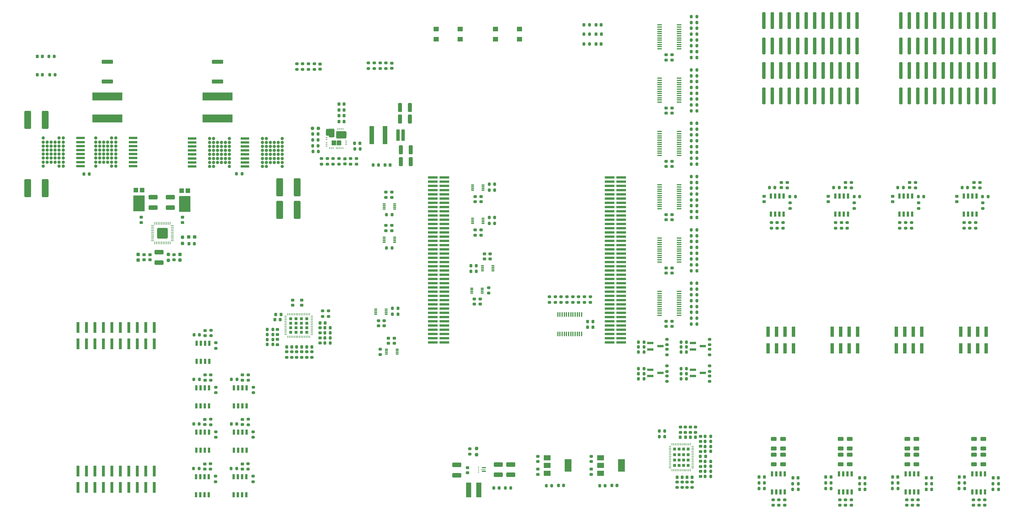
<source format=gbr>
%TF.GenerationSoftware,KiCad,Pcbnew,9.0.6-9.0.6~ubuntu24.04.1*%
%TF.CreationDate,2026-01-26T00:38:37+01:00*%
%TF.ProjectId,FPGA_Board_BA,46504741-5f42-46f6-9172-645f42412e6b,rev?*%
%TF.SameCoordinates,Original*%
%TF.FileFunction,Paste,Top*%
%TF.FilePolarity,Positive*%
%FSLAX46Y46*%
G04 Gerber Fmt 4.6, Leading zero omitted, Abs format (unit mm)*
G04 Created by KiCad (PCBNEW 9.0.6-9.0.6~ubuntu24.04.1) date 2026-01-26 00:38:37*
%MOMM*%
%LPD*%
G01*
G04 APERTURE LIST*
G04 Aperture macros list*
%AMRoundRect*
0 Rectangle with rounded corners*
0 $1 Rounding radius*
0 $2 $3 $4 $5 $6 $7 $8 $9 X,Y pos of 4 corners*
0 Add a 4 corners polygon primitive as box body*
4,1,4,$2,$3,$4,$5,$6,$7,$8,$9,$2,$3,0*
0 Add four circle primitives for the rounded corners*
1,1,$1+$1,$2,$3*
1,1,$1+$1,$4,$5*
1,1,$1+$1,$6,$7*
1,1,$1+$1,$8,$9*
0 Add four rect primitives between the rounded corners*
20,1,$1+$1,$2,$3,$4,$5,0*
20,1,$1+$1,$4,$5,$6,$7,0*
20,1,$1+$1,$6,$7,$8,$9,0*
20,1,$1+$1,$8,$9,$2,$3,0*%
G04 Aperture macros list end*
%ADD10C,0.000000*%
%ADD11RoundRect,0.249999X0.737501X2.450001X-0.737501X2.450001X-0.737501X-2.450001X0.737501X-2.450001X0*%
%ADD12RoundRect,0.249999X-0.737501X-2.450001X0.737501X-2.450001X0.737501X2.450001X-0.737501X2.450001X0*%
%ADD13RoundRect,0.200000X0.200000X0.275000X-0.200000X0.275000X-0.200000X-0.275000X0.200000X-0.275000X0*%
%ADD14RoundRect,0.218750X-0.218750X-0.256250X0.218750X-0.256250X0.218750X0.256250X-0.218750X0.256250X0*%
%ADD15RoundRect,0.225000X-0.250000X0.225000X-0.250000X-0.225000X0.250000X-0.225000X0.250000X0.225000X0*%
%ADD16RoundRect,0.225000X0.250000X-0.225000X0.250000X0.225000X-0.250000X0.225000X-0.250000X-0.225000X0*%
%ADD17R,1.500000X4.400000*%
%ADD18RoundRect,0.250000X-0.625000X0.312500X-0.625000X-0.312500X0.625000X-0.312500X0.625000X0.312500X0*%
%ADD19RoundRect,0.200000X-0.200000X-0.275000X0.200000X-0.275000X0.200000X0.275000X-0.200000X0.275000X0*%
%ADD20RoundRect,0.200000X0.275000X-0.200000X0.275000X0.200000X-0.275000X0.200000X-0.275000X-0.200000X0*%
%ADD21RoundRect,0.200000X-0.275000X0.200000X-0.275000X-0.200000X0.275000X-0.200000X0.275000X0.200000X0*%
%ADD22RoundRect,0.237500X-0.237500X0.300000X-0.237500X-0.300000X0.237500X-0.300000X0.237500X0.300000X0*%
%ADD23R,3.360000X4.860000*%
%ADD24R,1.390000X1.400000*%
%ADD25R,2.600000X0.700000*%
%ADD26C,1.000000*%
%ADD27R,9.000000X2.380000*%
%ADD28RoundRect,0.225000X-0.225000X-0.250000X0.225000X-0.250000X0.225000X0.250000X-0.225000X0.250000X0*%
%ADD29RoundRect,0.237500X0.237500X-0.250000X0.237500X0.250000X-0.237500X0.250000X-0.237500X-0.250000X0*%
%ADD30RoundRect,0.062500X0.375000X0.062500X-0.375000X0.062500X-0.375000X-0.062500X0.375000X-0.062500X0*%
%ADD31RoundRect,0.062500X0.062500X0.375000X-0.062500X0.375000X-0.062500X-0.375000X0.062500X-0.375000X0*%
%ADD32RoundRect,0.495000X1.155000X1.155000X-1.155000X1.155000X-1.155000X-1.155000X1.155000X-1.155000X0*%
%ADD33R,1.450000X5.500000*%
%ADD34RoundRect,0.225000X0.225000X0.250000X-0.225000X0.250000X-0.225000X-0.250000X0.225000X-0.250000X0*%
%ADD35RoundRect,0.218750X0.218750X0.256250X-0.218750X0.256250X-0.218750X-0.256250X0.218750X-0.256250X0*%
%ADD36R,1.900000X0.800000*%
%ADD37R,0.650000X1.526000*%
%ADD38RoundRect,0.255000X0.255000X-2.245000X0.255000X2.245000X-0.255000X2.245000X-0.255000X-2.245000X0*%
%ADD39R,1.475000X0.450000*%
%ADD40R,1.000000X3.150000*%
%ADD41RoundRect,0.237500X-0.300000X-0.237500X0.300000X-0.237500X0.300000X0.237500X-0.300000X0.237500X0*%
%ADD42R,0.267000X0.249999*%
%ADD43RoundRect,0.315000X-0.935000X-0.735000X0.935000X-0.735000X0.935000X0.735000X-0.935000X0.735000X0*%
%ADD44RoundRect,0.241875X-0.620623X-0.564375X0.620623X-0.564375X0.620623X0.564375X-0.620623X0.564375X0*%
%ADD45R,0.599999X0.249999*%
%ADD46R,0.249999X0.599999*%
%ADD47RoundRect,0.330000X-1.219997X-0.770000X1.219997X-0.770000X1.219997X0.770000X-1.219997X0.770000X0*%
%ADD48R,0.292999X0.249999*%
%ADD49R,0.249999X0.258000*%
%ADD50RoundRect,0.250000X-0.325000X-1.100000X0.325000X-1.100000X0.325000X1.100000X-0.325000X1.100000X0*%
%ADD51R,2.000000X1.500000*%
%ADD52R,2.000000X3.800000*%
%ADD53RoundRect,0.237500X-0.237500X0.250000X-0.237500X-0.250000X0.237500X-0.250000X0.237500X0.250000X0*%
%ADD54R,0.700000X0.250000*%
%ADD55R,0.250000X0.700000*%
%ADD56R,0.811500X0.967500*%
%ADD57RoundRect,0.250000X-1.100000X0.412500X-1.100000X-0.412500X1.100000X-0.412500X1.100000X0.412500X0*%
%ADD58R,0.450000X1.475000*%
%ADD59R,0.850000X0.300000*%
%ADD60R,1.600000X1.400000*%
%ADD61R,2.920000X0.740000*%
%ADD62RoundRect,0.250000X1.100000X-0.412500X1.100000X0.412500X-1.100000X0.412500X-1.100000X-0.412500X0*%
%ADD63RoundRect,0.250000X-1.425000X0.362500X-1.425000X-0.362500X1.425000X-0.362500X1.425000X0.362500X0*%
%ADD64R,1.050000X3.400000*%
%ADD65R,0.900000X3.200000*%
%ADD66R,1.150000X0.350000*%
%ADD67R,1.450000X0.200000*%
%ADD68R,0.450000X0.250000*%
%ADD69R,0.967500X0.811500*%
%ADD70RoundRect,0.237500X-0.250000X-0.237500X0.250000X-0.237500X0.250000X0.237500X-0.250000X0.237500X0*%
G04 APERTURE END LIST*
D10*
%TO.C,U4*%
G36*
X134250132Y-97408002D02*
G01*
X134250132Y-98208001D01*
X134200132Y-98258000D01*
X133980130Y-98258000D01*
X133930130Y-98208001D01*
X133930130Y-97408002D01*
X133980130Y-97358002D01*
X134200132Y-97358002D01*
X134250132Y-97408002D01*
G37*
G36*
X135949130Y-97408002D02*
G01*
X135949130Y-98208001D01*
X135899130Y-98258000D01*
X134499131Y-98258000D01*
X134449131Y-98208001D01*
X134449131Y-97408002D01*
X134499131Y-97358002D01*
X135899130Y-97358002D01*
X135949130Y-97408002D01*
G37*
G36*
X136599131Y-100648001D02*
G01*
X136599131Y-101968001D01*
X136549131Y-102018001D01*
X135299131Y-102018001D01*
X135249132Y-101968001D01*
X135249132Y-100648001D01*
X135299131Y-100598001D01*
X136549131Y-100598001D01*
X136599131Y-100648001D01*
G37*
G36*
X135899130Y-98458003D02*
G01*
X135949130Y-98508000D01*
X135949130Y-99408001D01*
X135899130Y-99458003D01*
X134749130Y-99458001D01*
X134449131Y-99158001D01*
X134449131Y-98508002D01*
X134499131Y-98458000D01*
X135899130Y-98458003D01*
G37*
G36*
X137899131Y-98080000D02*
G01*
X137899131Y-99730002D01*
X137849131Y-99780001D01*
X136679131Y-99780001D01*
X136629131Y-99730002D01*
X136629131Y-98080000D01*
X136679131Y-98030000D01*
X137849131Y-98030000D01*
X137899131Y-98080000D01*
G37*
G36*
X138149131Y-100648001D02*
G01*
X138149131Y-101968001D01*
X138099131Y-102018001D01*
X136849131Y-102018001D01*
X136799131Y-101968001D01*
X136799131Y-100648001D01*
X136849131Y-100598001D01*
X138099131Y-100598001D01*
X138149131Y-100648001D01*
G37*
G36*
X139369131Y-98080000D02*
G01*
X139369131Y-99730002D01*
X139319131Y-99780001D01*
X138149131Y-99780001D01*
X138099131Y-99730002D01*
X138099131Y-98080000D01*
X138149131Y-98030000D01*
X139319131Y-98030000D01*
X139369131Y-98080000D01*
G37*
%TD*%
D11*
%TO.C,C126*%
X44162500Y-114900000D03*
X49437500Y-114900000D03*
%TD*%
%TO.C,C178*%
X44162500Y-94400000D03*
X49437500Y-94400000D03*
%TD*%
D12*
%TO.C,C177*%
X119662500Y-121400000D03*
X124937500Y-121400000D03*
%TD*%
D13*
%TO.C,R202*%
X244700000Y-72150000D03*
X243050000Y-72150000D03*
%TD*%
D14*
%TO.C,D7*%
X47032500Y-75340012D03*
X48607500Y-75340012D03*
%TD*%
D15*
%TO.C,C82*%
X303375990Y-117375000D03*
X303375990Y-118925000D03*
%TD*%
%TO.C,C25*%
X90550000Y-123643000D03*
X90550000Y-125193000D03*
%TD*%
%TO.C,C167*%
X139212130Y-106050000D03*
X139212130Y-107600000D03*
%TD*%
D14*
%TO.C,D10*%
X183895000Y-204840012D03*
X185470000Y-204840012D03*
%TD*%
D13*
%TO.C,R180*%
X244700000Y-95400000D03*
X243050000Y-95400000D03*
%TD*%
D16*
%TO.C,C121*%
X97220000Y-199200000D03*
X97220000Y-197650000D03*
%TD*%
D17*
%TO.C,L3*%
X176300000Y-205450000D03*
X179350000Y-205450000D03*
%TD*%
D18*
%TO.C,R11*%
X327803000Y-190122430D03*
X327803000Y-193047430D03*
%TD*%
D19*
%TO.C,R121*%
X133225000Y-161325000D03*
X134875000Y-161325000D03*
%TD*%
D18*
%TO.C,R18*%
X290550000Y-194872430D03*
X290550000Y-197797430D03*
%TD*%
D20*
%TO.C,R109*%
X132212130Y-107650000D03*
X132212130Y-106000000D03*
%TD*%
D13*
%TO.C,R264*%
X241625000Y-162575000D03*
X239975000Y-162575000D03*
%TD*%
D16*
%TO.C,C130*%
X237300000Y-108401335D03*
X237300000Y-106851335D03*
%TD*%
D20*
%TO.C,R62*%
X124820000Y-79225000D03*
X124820000Y-77575000D03*
%TD*%
D13*
%TO.C,R173*%
X244700000Y-107650000D03*
X243050000Y-107650000D03*
%TD*%
D21*
%TO.C,R92*%
X289800000Y-125250000D03*
X289800000Y-126900000D03*
%TD*%
D19*
%TO.C,R84*%
X247225000Y-189400000D03*
X248875000Y-189400000D03*
%TD*%
D13*
%TO.C,R184*%
X244700000Y-118400000D03*
X243050000Y-118400000D03*
%TD*%
%TO.C,R1*%
X235125000Y-189502912D03*
X233475000Y-189502912D03*
%TD*%
D15*
%TO.C,C174*%
X178050000Y-148125000D03*
X178050000Y-149675000D03*
%TD*%
D13*
%TO.C,R206*%
X244700000Y-65150000D03*
X243050000Y-65150000D03*
%TD*%
%TO.C,R234*%
X184125000Y-123709473D03*
X182475000Y-123709473D03*
%TD*%
D22*
%TO.C,C23*%
X89800000Y-134787500D03*
X89800000Y-136512500D03*
%TD*%
D23*
%TO.C,D6*%
X91220000Y-119632000D03*
D24*
X90300000Y-115650000D03*
X92140000Y-115650000D03*
%TD*%
D15*
%TO.C,C29*%
X245800000Y-199875000D03*
X245800000Y-201425000D03*
%TD*%
D19*
%TO.C,R86*%
X285725000Y-114725000D03*
X287375000Y-114725000D03*
%TD*%
D25*
%TO.C,Q1*%
X59980000Y-108250000D03*
X59980000Y-107050000D03*
X59980000Y-105850000D03*
X59980000Y-104650000D03*
X59980000Y-103450000D03*
X59980000Y-102250000D03*
X59980000Y-101050000D03*
X59980000Y-99850000D03*
D26*
X54800000Y-108250000D03*
X54800000Y-107050000D03*
X54800000Y-105850000D03*
X54800000Y-104650000D03*
X54800000Y-103450000D03*
X54800000Y-102250000D03*
X54800000Y-101050000D03*
X54800000Y-99850000D03*
X53600000Y-108250000D03*
X53600000Y-107050000D03*
X53600000Y-105850000D03*
X53600000Y-104650000D03*
X53600000Y-103450000D03*
X53600000Y-102250000D03*
X53600000Y-101050000D03*
X53600000Y-99850000D03*
X52400000Y-107050000D03*
X52400000Y-105850000D03*
X52400000Y-104650000D03*
X52400000Y-103450000D03*
X52400000Y-102250000D03*
X52400000Y-101050000D03*
X51200000Y-107050000D03*
X51200000Y-105850000D03*
X51200000Y-104650000D03*
X51200000Y-103450000D03*
X51200000Y-102250000D03*
X51200000Y-101050000D03*
X50000000Y-107050000D03*
X50000000Y-105850000D03*
X50000000Y-104650000D03*
X50000000Y-103450000D03*
X50000000Y-102250000D03*
X50000000Y-101050000D03*
X48800000Y-108250000D03*
X48800000Y-107050000D03*
X48800000Y-105850000D03*
X48800000Y-104650000D03*
X48800000Y-103450000D03*
X48800000Y-102250000D03*
X48800000Y-101050000D03*
X48800000Y-99850000D03*
%TD*%
D27*
%TO.C,L4*%
X101050000Y-87325000D03*
X101050000Y-93975000D03*
%TD*%
D21*
%TO.C,R33*%
X241800000Y-203075000D03*
X241800000Y-204725000D03*
%TD*%
D13*
%TO.C,R189*%
X244700000Y-139650000D03*
X243050000Y-139650000D03*
%TD*%
D21*
%TO.C,R227*%
X209300000Y-147500000D03*
X209300000Y-149150000D03*
%TD*%
D16*
%TO.C,C111*%
X97260000Y-185850000D03*
X97260000Y-184300000D03*
%TD*%
D19*
%TO.C,R104*%
X105225000Y-172300000D03*
X106875000Y-172300000D03*
%TD*%
D14*
%TO.C,D8*%
X47032500Y-80840012D03*
X48607500Y-80840012D03*
%TD*%
D18*
%TO.C,R14*%
X307800000Y-194855430D03*
X307800000Y-197780430D03*
%TD*%
D15*
%TO.C,C145*%
X151550000Y-126090523D03*
X151550000Y-127640523D03*
%TD*%
D13*
%TO.C,R211*%
X244700000Y-150400000D03*
X243050000Y-150400000D03*
%TD*%
D20*
%TO.C,R258*%
X329300000Y-210084930D03*
X329300000Y-208434930D03*
%TD*%
D28*
%TO.C,C68*%
X245775000Y-195400000D03*
X247325000Y-195400000D03*
%TD*%
D21*
%TO.C,R266*%
X248550000Y-171250000D03*
X248550000Y-172900000D03*
%TD*%
D19*
%TO.C,R223*%
X313475000Y-203584930D03*
X315125000Y-203584930D03*
%TD*%
D13*
%TO.C,R218*%
X155125000Y-152691143D03*
X153475000Y-152691143D03*
%TD*%
D20*
%TO.C,R127*%
X137462130Y-107650000D03*
X137462130Y-106000000D03*
%TD*%
D13*
%TO.C,R203*%
X244700000Y-70400000D03*
X243050000Y-70400000D03*
%TD*%
D29*
%TO.C,R4*%
X86300000Y-136562500D03*
X86300000Y-134737500D03*
%TD*%
D18*
%TO.C,R13*%
X287800000Y-194855430D03*
X287800000Y-197780430D03*
%TD*%
D30*
%TO.C,U3*%
X87487500Y-130650000D03*
X87487500Y-130150000D03*
X87487500Y-129650000D03*
X87487500Y-129150000D03*
X87487500Y-128650000D03*
X87487500Y-128150000D03*
X87487500Y-127650000D03*
X87487500Y-127150000D03*
X87487500Y-126650000D03*
X87487500Y-126150000D03*
D31*
X86800000Y-125462500D03*
X86300000Y-125462500D03*
X85800000Y-125462500D03*
X85300000Y-125462500D03*
X84800000Y-125462500D03*
X84300000Y-125462500D03*
X83800000Y-125462500D03*
X83300000Y-125462500D03*
X82800000Y-125462500D03*
X82300000Y-125462500D03*
D30*
X81612500Y-126150000D03*
X81612500Y-126650000D03*
X81612500Y-127150000D03*
X81612500Y-127650000D03*
X81612500Y-128150000D03*
X81612500Y-128650000D03*
X81612500Y-129150000D03*
X81612500Y-129650000D03*
X81612500Y-130150000D03*
X81612500Y-130650000D03*
D31*
X82300000Y-131337500D03*
X82800000Y-131337500D03*
X83300000Y-131337500D03*
X83800000Y-131337500D03*
X84300000Y-131337500D03*
X84800000Y-131337500D03*
X85300000Y-131337500D03*
X85800000Y-131337500D03*
X86300000Y-131337500D03*
X86800000Y-131337500D03*
D32*
X84550000Y-128400000D03*
%TD*%
D13*
%TO.C,R193*%
X244700000Y-132650000D03*
X243050000Y-132650000D03*
%TD*%
%TO.C,R111*%
X117625000Y-161825000D03*
X115975000Y-161825000D03*
%TD*%
%TO.C,R213*%
X244700000Y-146900000D03*
X243050000Y-146900000D03*
%TD*%
D33*
%TO.C,L2*%
X147287130Y-98975000D03*
X151287130Y-98975000D03*
%TD*%
D34*
%TO.C,C94*%
X129325000Y-162575000D03*
X127775000Y-162575000D03*
%TD*%
D15*
%TO.C,C54*%
X153300000Y-77350000D03*
X153300000Y-78900000D03*
%TD*%
D19*
%TO.C,R85*%
X247225000Y-190900000D03*
X248875000Y-190900000D03*
%TD*%
D13*
%TO.C,R199*%
X304987500Y-203334930D03*
X303337500Y-203334930D03*
%TD*%
D15*
%TO.C,C92*%
X264875990Y-117375000D03*
X264875990Y-118925000D03*
%TD*%
D13*
%TO.C,R212*%
X244700000Y-148650000D03*
X243050000Y-148650000D03*
%TD*%
D19*
%TO.C,R98*%
X272610990Y-117400000D03*
X274260990Y-117400000D03*
%TD*%
D18*
%TO.C,R22*%
X330550000Y-194872430D03*
X330550000Y-197797430D03*
%TD*%
D15*
%TO.C,C151*%
X178300000Y-127434473D03*
X178300000Y-128984473D03*
%TD*%
D35*
%TO.C,D13*%
X216050000Y-71650000D03*
X214475000Y-71650000D03*
%TD*%
D16*
%TO.C,C124*%
X213050000Y-200787500D03*
X213050000Y-199237500D03*
%TD*%
D18*
%TO.C,R24*%
X270550000Y-194872430D03*
X270550000Y-197797430D03*
%TD*%
D13*
%TO.C,R195*%
X244700000Y-129150000D03*
X243050000Y-129150000D03*
%TD*%
D36*
%TO.C,Q3*%
X230800000Y-161375000D03*
X230800000Y-163275000D03*
X233800000Y-162325000D03*
%TD*%
D16*
%TO.C,C159*%
X119050000Y-158850000D03*
X119050000Y-157300000D03*
%TD*%
D37*
%TO.C,U7*%
X324707000Y-122682000D03*
X325977000Y-122682000D03*
X327247000Y-122682000D03*
X328517000Y-122682000D03*
X328517000Y-117258000D03*
X327247000Y-117258000D03*
X325977000Y-117258000D03*
X324707000Y-117258000D03*
%TD*%
D38*
%TO.C,U46*%
X264830000Y-87200000D03*
X264830000Y-79600000D03*
X267370000Y-87200000D03*
X267370000Y-79600000D03*
X269910000Y-87200000D03*
X269910000Y-79600000D03*
X272450000Y-87200000D03*
X272450000Y-79600000D03*
X274990000Y-87200000D03*
X274990000Y-79600000D03*
X277530000Y-87200000D03*
X277530000Y-79600000D03*
X280070000Y-87200000D03*
X280070000Y-79600000D03*
X282610000Y-87200000D03*
X282610000Y-79600000D03*
X285150000Y-87200000D03*
X285150000Y-79600000D03*
X287690000Y-87200000D03*
X287690000Y-79600000D03*
X290230000Y-87200000D03*
X290230000Y-79600000D03*
X292770000Y-87200000D03*
X292770000Y-79600000D03*
%TD*%
D39*
%TO.C,U30*%
X239426000Y-137050000D03*
X239426000Y-136400000D03*
X239426000Y-135750000D03*
X239426000Y-135100000D03*
X239426000Y-134450000D03*
X239426000Y-133800000D03*
X239426000Y-133150000D03*
X239426000Y-132500000D03*
X239426000Y-131850000D03*
X239426000Y-131200000D03*
X239426000Y-130550000D03*
X239426000Y-129900000D03*
X233550000Y-129900000D03*
X233550000Y-130550000D03*
X233550000Y-131200000D03*
X233550000Y-131850000D03*
X233550000Y-132500000D03*
X233550000Y-133150000D03*
X233550000Y-133800000D03*
X233550000Y-134450000D03*
X233550000Y-135100000D03*
X233550000Y-135750000D03*
X233550000Y-136400000D03*
X233550000Y-137050000D03*
%TD*%
D40*
%TO.C,J16*%
X273670000Y-157940012D03*
X273670000Y-162990012D03*
X271130000Y-157940012D03*
X271130000Y-162990012D03*
X268590000Y-157940012D03*
X268590000Y-162990012D03*
X266050000Y-157940012D03*
X266050000Y-162990012D03*
%TD*%
D15*
%TO.C,C155*%
X151550000Y-116090523D03*
X151550000Y-117640523D03*
%TD*%
D13*
%TO.C,R245*%
X117625000Y-158825000D03*
X115975000Y-158825000D03*
%TD*%
D21*
%TO.C,R161*%
X291050000Y-208434930D03*
X291050000Y-210084930D03*
%TD*%
D37*
%TO.C,U21*%
X94740000Y-180224000D03*
X96010000Y-180224000D03*
X97280000Y-180224000D03*
X98550000Y-180224000D03*
X98550000Y-174800000D03*
X97280000Y-174800000D03*
X96010000Y-174800000D03*
X94740000Y-174800000D03*
%TD*%
%TO.C,U15*%
X271110000Y-200660930D03*
X269840000Y-200660930D03*
X268570000Y-200660930D03*
X267300000Y-200660930D03*
X267300000Y-206084930D03*
X268570000Y-206084930D03*
X269840000Y-206084930D03*
X271110000Y-206084930D03*
%TD*%
D20*
%TO.C,R29*%
X134300000Y-153400000D03*
X134300000Y-151750000D03*
%TD*%
D16*
%TO.C,C156*%
X153300000Y-117640523D03*
X153300000Y-116090523D03*
%TD*%
D37*
%TO.C,U24*%
X105910000Y-206924000D03*
X107180000Y-206924000D03*
X108450000Y-206924000D03*
X109720000Y-206924000D03*
X109720000Y-201500000D03*
X108450000Y-201500000D03*
X107180000Y-201500000D03*
X105910000Y-201500000D03*
%TD*%
D13*
%TO.C,R168*%
X244700000Y-86400000D03*
X243050000Y-86400000D03*
%TD*%
D28*
%TO.C,C77*%
X137437130Y-93150000D03*
X138987130Y-93150000D03*
%TD*%
D19*
%TO.C,R113*%
X93975000Y-172300000D03*
X95625000Y-172300000D03*
%TD*%
D13*
%TO.C,R172*%
X244700000Y-79400000D03*
X243050000Y-79400000D03*
%TD*%
D41*
%TO.C,C19*%
X92437500Y-129562500D03*
X94162500Y-129562500D03*
%TD*%
D21*
%TO.C,R90*%
X288050000Y-125250000D03*
X288050000Y-126900000D03*
%TD*%
D20*
%TO.C,R36*%
X239800000Y-188225000D03*
X239800000Y-186575000D03*
%TD*%
D21*
%TO.C,R65*%
X130070000Y-77575000D03*
X130070000Y-79225000D03*
%TD*%
D16*
%TO.C,C51*%
X197050000Y-200787500D03*
X197050000Y-199237500D03*
%TD*%
D20*
%TO.C,R100*%
X267050000Y-126900000D03*
X267050000Y-125250000D03*
%TD*%
D13*
%TO.C,R177*%
X244700000Y-100650000D03*
X243050000Y-100650000D03*
%TD*%
D16*
%TO.C,C139*%
X237300000Y-156401335D03*
X237300000Y-154851335D03*
%TD*%
D15*
%TO.C,C21*%
X78220000Y-123625000D03*
X78220000Y-125175000D03*
%TD*%
D35*
%TO.C,D12*%
X216087500Y-68670000D03*
X214512500Y-68670000D03*
%TD*%
D13*
%TO.C,R178*%
X244700000Y-98900000D03*
X243050000Y-98900000D03*
%TD*%
D19*
%TO.C,R159*%
X293475000Y-203584930D03*
X295125000Y-203584930D03*
%TD*%
D36*
%TO.C,Q7*%
X243550000Y-161375000D03*
X243550000Y-163275000D03*
X246550000Y-162325000D03*
%TD*%
D42*
%TO.C,U4*%
X133596130Y-97750000D03*
D43*
X134862130Y-98100000D03*
D44*
X135249632Y-98756250D03*
D42*
X133596130Y-98250002D03*
D45*
X133762132Y-98750001D03*
X133762132Y-99750001D03*
X133762132Y-100250001D03*
X133762132Y-101250001D03*
X133762132Y-101750000D03*
X133762132Y-102250002D03*
D46*
X134662130Y-102900000D03*
X135162131Y-102900000D03*
X135662130Y-102900000D03*
X136662131Y-102900000D03*
X137162130Y-102900000D03*
X137662132Y-102900000D03*
X138162131Y-102900000D03*
X138662132Y-102900000D03*
D45*
X139562130Y-101750000D03*
X139562130Y-101250001D03*
X139562130Y-100750002D03*
D47*
X138162127Y-98850000D03*
D48*
X139716130Y-99250000D03*
X139716130Y-98750001D03*
X139716130Y-98250002D03*
D46*
X138662132Y-97100002D03*
X138162131Y-97100002D03*
X137662132Y-97100002D03*
X137162130Y-97100002D03*
D49*
X135662130Y-96929001D03*
X135162131Y-96929001D03*
X134662130Y-96929001D03*
%TD*%
D16*
%TO.C,C137*%
X237300000Y-76401335D03*
X237300000Y-74851335D03*
%TD*%
D25*
%TO.C,Q2*%
X75730000Y-108250000D03*
X75730000Y-107050000D03*
X75730000Y-105850000D03*
X75730000Y-104650000D03*
X75730000Y-103450000D03*
X75730000Y-102250000D03*
X75730000Y-101050000D03*
X75730000Y-99850000D03*
D26*
X70550000Y-108250000D03*
X70550000Y-107050000D03*
X70550000Y-105850000D03*
X70550000Y-104650000D03*
X70550000Y-103450000D03*
X70550000Y-102250000D03*
X70550000Y-101050000D03*
X70550000Y-99850000D03*
X69350000Y-108250000D03*
X69350000Y-107050000D03*
X69350000Y-105850000D03*
X69350000Y-104650000D03*
X69350000Y-103450000D03*
X69350000Y-102250000D03*
X69350000Y-101050000D03*
X69350000Y-99850000D03*
X68150000Y-107050000D03*
X68150000Y-105850000D03*
X68150000Y-104650000D03*
X68150000Y-103450000D03*
X68150000Y-102250000D03*
X68150000Y-101050000D03*
X66950000Y-107050000D03*
X66950000Y-105850000D03*
X66950000Y-104650000D03*
X66950000Y-103450000D03*
X66950000Y-102250000D03*
X66950000Y-101050000D03*
X65750000Y-107050000D03*
X65750000Y-105850000D03*
X65750000Y-104650000D03*
X65750000Y-103450000D03*
X65750000Y-102250000D03*
X65750000Y-101050000D03*
X64550000Y-108250000D03*
X64550000Y-107050000D03*
X64550000Y-105850000D03*
X64550000Y-104650000D03*
X64550000Y-103450000D03*
X64550000Y-102250000D03*
X64550000Y-101050000D03*
X64550000Y-99850000D03*
%TD*%
D13*
%TO.C,R188*%
X244700000Y-111400000D03*
X243050000Y-111400000D03*
%TD*%
D18*
%TO.C,R19*%
X310550000Y-190139430D03*
X310550000Y-193064430D03*
%TD*%
D20*
%TO.C,R64*%
X126570000Y-79225000D03*
X126570000Y-77575000D03*
%TD*%
D21*
%TO.C,R125*%
X111760000Y-188000000D03*
X111760000Y-189650000D03*
%TD*%
D16*
%TO.C,C150*%
X180050000Y-128984473D03*
X180050000Y-127434473D03*
%TD*%
D21*
%TO.C,R32*%
X243300000Y-203075000D03*
X243300000Y-204725000D03*
%TD*%
D20*
%TO.C,R237*%
X309300000Y-210084930D03*
X309300000Y-208434930D03*
%TD*%
D18*
%TO.C,R17*%
X290550000Y-190139430D03*
X290550000Y-193064430D03*
%TD*%
D13*
%TO.C,R174*%
X244700000Y-105900000D03*
X243050000Y-105900000D03*
%TD*%
D28*
%TO.C,C163*%
X333525000Y-201834930D03*
X335075000Y-201834930D03*
%TD*%
D50*
%TO.C,C169*%
X155737130Y-90650000D03*
X158687130Y-90650000D03*
%TD*%
D15*
%TO.C,C17*%
X79050000Y-134875000D03*
X79050000Y-136425000D03*
%TD*%
D16*
%TO.C,C48*%
X175975000Y-200312500D03*
X175975000Y-198762500D03*
%TD*%
D39*
%TO.C,U32*%
X239426000Y-73050000D03*
X239426000Y-72400000D03*
X239426000Y-71750000D03*
X239426000Y-71100000D03*
X239426000Y-70450000D03*
X239426000Y-69800000D03*
X239426000Y-69150000D03*
X239426000Y-68500000D03*
X239426000Y-67850000D03*
X239426000Y-67200000D03*
X239426000Y-66550000D03*
X239426000Y-65900000D03*
X233550000Y-65900000D03*
X233550000Y-66550000D03*
X233550000Y-67200000D03*
X233550000Y-67850000D03*
X233550000Y-68500000D03*
X233550000Y-69150000D03*
X233550000Y-69800000D03*
X233550000Y-70450000D03*
X233550000Y-71100000D03*
X233550000Y-71750000D03*
X233550000Y-72400000D03*
X233550000Y-73050000D03*
%TD*%
D15*
%TO.C,C142*%
X178300000Y-117434473D03*
X178300000Y-118984473D03*
%TD*%
D20*
%TO.C,R28*%
X132550000Y-153400000D03*
X132550000Y-151750000D03*
%TD*%
D15*
%TO.C,C57*%
X131820000Y-77625000D03*
X131820000Y-79175000D03*
%TD*%
D13*
%TO.C,R112*%
X117625000Y-160325000D03*
X115975000Y-160325000D03*
%TD*%
%TO.C,R171*%
X244700000Y-81150000D03*
X243050000Y-81150000D03*
%TD*%
D18*
%TO.C,R20*%
X310550000Y-194872430D03*
X310550000Y-197797430D03*
%TD*%
D13*
%TO.C,R175*%
X244700000Y-104150000D03*
X243050000Y-104150000D03*
%TD*%
%TO.C,R190*%
X244700000Y-137900000D03*
X243050000Y-137900000D03*
%TD*%
D51*
%TO.C,U48*%
X215845000Y-195850000D03*
X215845000Y-198150000D03*
X215845000Y-200450000D03*
D52*
X222145000Y-198150000D03*
%TD*%
D37*
%TO.C,U23*%
X94700000Y-193574000D03*
X95970000Y-193574000D03*
X97240000Y-193574000D03*
X98510000Y-193574000D03*
X98510000Y-188150000D03*
X97240000Y-188150000D03*
X95970000Y-188150000D03*
X94700000Y-188150000D03*
%TD*%
D28*
%TO.C,C79*%
X242775000Y-189650000D03*
X244325000Y-189650000D03*
%TD*%
D15*
%TO.C,C123*%
X213050000Y-195375000D03*
X213050000Y-196925000D03*
%TD*%
D21*
%TO.C,R242*%
X235800000Y-168250000D03*
X235800000Y-169900000D03*
%TD*%
%TO.C,R116*%
X100550000Y-174650000D03*
X100550000Y-176300000D03*
%TD*%
D34*
%TO.C,C32*%
X243325000Y-201650000D03*
X241775000Y-201650000D03*
%TD*%
D19*
%TO.C,R95*%
X266475000Y-114725000D03*
X268125000Y-114725000D03*
%TD*%
D15*
%TO.C,C84*%
X245800000Y-189375000D03*
X245800000Y-190925000D03*
%TD*%
%TO.C,C135*%
X235550000Y-138851335D03*
X235550000Y-140401335D03*
%TD*%
D13*
%TO.C,R209*%
X244700000Y-153900000D03*
X243050000Y-153900000D03*
%TD*%
D37*
%TO.C,U17*%
X305457000Y-122682000D03*
X306727000Y-122682000D03*
X307997000Y-122682000D03*
X309267000Y-122682000D03*
X309267000Y-117258000D03*
X307997000Y-117258000D03*
X306727000Y-117258000D03*
X305457000Y-117258000D03*
%TD*%
D21*
%TO.C,R42*%
X328300000Y-125250000D03*
X328300000Y-126900000D03*
%TD*%
%TO.C,R225*%
X212800000Y-147500000D03*
X212800000Y-149150000D03*
%TD*%
%TO.C,R123*%
X110260000Y-184250000D03*
X110260000Y-185900000D03*
%TD*%
D13*
%TO.C,R205*%
X244700000Y-66900000D03*
X243050000Y-66900000D03*
%TD*%
D21*
%TO.C,R114*%
X99050000Y-170900000D03*
X99050000Y-172550000D03*
%TD*%
D13*
%TO.C,R219*%
X155125000Y-150941143D03*
X153475000Y-150941143D03*
%TD*%
D28*
%TO.C,C76*%
X137437130Y-91400000D03*
X138987130Y-91400000D03*
%TD*%
D16*
%TO.C,C161*%
X97340000Y-159150000D03*
X97340000Y-157600000D03*
%TD*%
D19*
%TO.C,R50*%
X210900000Y-68660000D03*
X212550000Y-68660000D03*
%TD*%
%TO.C,R139*%
X133225000Y-158325000D03*
X134875000Y-158325000D03*
%TD*%
D53*
%TO.C,R45*%
X178705000Y-193025400D03*
X178705000Y-194850400D03*
%TD*%
D51*
%TO.C,U9*%
X199845000Y-195850000D03*
X199845000Y-198150000D03*
X199845000Y-200450000D03*
D52*
X206145000Y-198150000D03*
%TD*%
D21*
%TO.C,R261*%
X248550000Y-163250000D03*
X248550000Y-164900000D03*
%TD*%
D16*
%TO.C,C101*%
X97300000Y-172500000D03*
X97300000Y-170950000D03*
%TD*%
D13*
%TO.C,R268*%
X241625000Y-169075000D03*
X239975000Y-169075000D03*
%TD*%
D19*
%TO.C,R131*%
X93935000Y-185650000D03*
X95585000Y-185650000D03*
%TD*%
D16*
%TO.C,C141*%
X180050000Y-118984473D03*
X180050000Y-117434473D03*
%TD*%
D20*
%TO.C,R256*%
X327606000Y-210085064D03*
X327606000Y-208435064D03*
%TD*%
D21*
%TO.C,R132*%
X99010000Y-184250000D03*
X99010000Y-185900000D03*
%TD*%
D39*
%TO.C,U29*%
X239426000Y-121050000D03*
X239426000Y-120400000D03*
X239426000Y-119750000D03*
X239426000Y-119100000D03*
X239426000Y-118450000D03*
X239426000Y-117800000D03*
X239426000Y-117150000D03*
X239426000Y-116500000D03*
X239426000Y-115850000D03*
X239426000Y-115200000D03*
X239426000Y-114550000D03*
X239426000Y-113900000D03*
X233550000Y-113900000D03*
X233550000Y-114550000D03*
X233550000Y-115200000D03*
X233550000Y-115850000D03*
X233550000Y-116500000D03*
X233550000Y-117150000D03*
X233550000Y-117800000D03*
X233550000Y-118450000D03*
X233550000Y-119100000D03*
X233550000Y-119750000D03*
X233550000Y-120400000D03*
X233550000Y-121050000D03*
%TD*%
D54*
%TO.C,U11*%
X243455850Y-198906262D03*
X243455850Y-198406262D03*
X243455850Y-197906262D03*
X243455850Y-197406262D03*
X243455850Y-196906262D03*
X243455850Y-196406262D03*
X243455850Y-195906262D03*
X243455850Y-195406262D03*
X243455850Y-194906262D03*
X243455850Y-194406262D03*
X243455850Y-193906262D03*
X243455850Y-193406262D03*
X243455850Y-192906262D03*
X243455850Y-192406262D03*
D55*
X242805850Y-191756262D03*
X242305850Y-191756262D03*
X241805850Y-191756262D03*
X241305850Y-191756262D03*
X240805850Y-191756262D03*
X240305850Y-191756262D03*
X239805850Y-191756262D03*
X239305850Y-191756262D03*
X238805850Y-191756262D03*
X238305850Y-191756262D03*
X237805850Y-191756262D03*
X237305850Y-191756262D03*
D54*
X236655850Y-192406262D03*
X236655850Y-192906262D03*
X236655850Y-193406262D03*
X236655850Y-193906262D03*
X236655850Y-194406262D03*
X236655850Y-194906262D03*
X236655850Y-195406262D03*
X236655850Y-195906262D03*
X236655850Y-196406262D03*
X236655850Y-196906262D03*
X236655850Y-197406262D03*
X236655850Y-197906262D03*
X236655850Y-198406262D03*
X236655850Y-198906262D03*
D55*
X237305850Y-199556262D03*
X237805850Y-199556262D03*
X238305850Y-199556262D03*
X238805850Y-199556262D03*
X239305850Y-199556262D03*
X239805850Y-199556262D03*
X240305850Y-199556262D03*
X240805850Y-199556262D03*
X241307522Y-199556263D03*
X241805850Y-199556262D03*
X242305850Y-199556262D03*
X242805850Y-199556262D03*
D56*
X242084600Y-198075012D03*
X242084600Y-196462512D03*
X242084600Y-194850012D03*
X242084600Y-193237512D03*
X240732100Y-198075012D03*
X240732100Y-196462512D03*
X240732100Y-194850012D03*
X240732100Y-193237512D03*
X239379600Y-198075012D03*
X239379600Y-196462512D03*
X239379600Y-194850012D03*
X239379600Y-193237512D03*
X238027100Y-198075012D03*
X238027100Y-196462512D03*
X238027100Y-194850012D03*
X238027100Y-193237512D03*
%TD*%
D21*
%TO.C,R44*%
X326550000Y-125250000D03*
X326550000Y-126900000D03*
%TD*%
D13*
%TO.C,R191*%
X244700000Y-136150000D03*
X243050000Y-136150000D03*
%TD*%
D20*
%TO.C,C166*%
X135712130Y-107650000D03*
X135712130Y-106000000D03*
%TD*%
D18*
%TO.C,R16*%
X267800000Y-194855430D03*
X267800000Y-197780430D03*
%TD*%
D22*
%TO.C,C125*%
X77300000Y-134787500D03*
X77300000Y-136512500D03*
%TD*%
D28*
%TO.C,C164*%
X137437130Y-94900000D03*
X138987130Y-94900000D03*
%TD*%
D37*
%TO.C,U13*%
X311110000Y-200660930D03*
X309840000Y-200660930D03*
X308570000Y-200660930D03*
X307300000Y-200660930D03*
X307300000Y-206084930D03*
X308570000Y-206084930D03*
X309840000Y-206084930D03*
X311110000Y-206084930D03*
%TD*%
D20*
%TO.C,R43*%
X324800000Y-126900000D03*
X324800000Y-125250000D03*
%TD*%
D13*
%TO.C,R5*%
X108395000Y-110590012D03*
X106745000Y-110590012D03*
%TD*%
%TO.C,R164*%
X228875000Y-162575000D03*
X227225000Y-162575000D03*
%TD*%
D21*
%TO.C,R231*%
X202300000Y-147500000D03*
X202300000Y-149150000D03*
%TD*%
D20*
%TO.C,R76*%
X244300000Y-188225000D03*
X244300000Y-186575000D03*
%TD*%
D21*
%TO.C,R39*%
X329550000Y-113150000D03*
X329550000Y-114800000D03*
%TD*%
D37*
%TO.C,U12*%
X291110000Y-200660930D03*
X289840000Y-200660930D03*
X288570000Y-200660930D03*
X287300000Y-200660930D03*
X287300000Y-206084930D03*
X288570000Y-206084930D03*
X289840000Y-206084930D03*
X291110000Y-206084930D03*
%TD*%
D21*
%TO.C,R40*%
X330435990Y-119325000D03*
X330435990Y-120975000D03*
%TD*%
D57*
%TO.C,C22*%
X83530000Y-134112900D03*
X83530000Y-137237900D03*
%TD*%
D40*
%TO.C,J11*%
X331420000Y-157940012D03*
X331420000Y-162990012D03*
X328880000Y-157940012D03*
X328880000Y-162990012D03*
X326340000Y-157940012D03*
X326340000Y-162990012D03*
X323800000Y-157940012D03*
X323800000Y-162990012D03*
%TD*%
D58*
%TO.C,U38*%
X210200000Y-152774000D03*
X209550000Y-152774000D03*
X208900000Y-152774000D03*
X208250000Y-152774000D03*
X207600000Y-152774000D03*
X206950000Y-152774000D03*
X206300000Y-152774000D03*
X205650000Y-152774000D03*
X205000000Y-152774000D03*
X204350000Y-152774000D03*
X203700000Y-152774000D03*
X203050000Y-152774000D03*
X203050000Y-158650000D03*
X203700000Y-158650000D03*
X204350000Y-158650000D03*
X205000000Y-158650000D03*
X205650000Y-158650000D03*
X206300000Y-158650000D03*
X206950000Y-158650000D03*
X207600000Y-158650000D03*
X208250000Y-158650000D03*
X208900000Y-158650000D03*
X209550000Y-158650000D03*
X210200000Y-158650000D03*
%TD*%
D57*
%TO.C,C20*%
X86950000Y-117594900D03*
X86950000Y-120719900D03*
%TD*%
D19*
%TO.C,R138*%
X133225000Y-156825000D03*
X134875000Y-156825000D03*
%TD*%
D15*
%TO.C,C104*%
X131800000Y-159800000D03*
X131800000Y-161350000D03*
%TD*%
D28*
%TO.C,C8*%
X273525000Y-201834930D03*
X275075000Y-201834930D03*
%TD*%
D19*
%TO.C,R3*%
X60975000Y-110650000D03*
X62625000Y-110650000D03*
%TD*%
D13*
%TO.C,R197*%
X228875000Y-164075000D03*
X227225000Y-164075000D03*
%TD*%
D38*
%TO.C,U45*%
X305830000Y-72200000D03*
X305830000Y-64600000D03*
X308370000Y-72200000D03*
X308370000Y-64600000D03*
X310910000Y-72200000D03*
X310910000Y-64600000D03*
X313450000Y-72200000D03*
X313450000Y-64600000D03*
X315990000Y-72200000D03*
X315990000Y-64600000D03*
X318530000Y-72200000D03*
X318530000Y-64600000D03*
X321070000Y-72200000D03*
X321070000Y-64600000D03*
X323610000Y-72200000D03*
X323610000Y-64600000D03*
X326150000Y-72200000D03*
X326150000Y-64600000D03*
X328690000Y-72200000D03*
X328690000Y-64600000D03*
X331230000Y-72200000D03*
X331230000Y-64600000D03*
X333770000Y-72200000D03*
X333770000Y-64600000D03*
%TD*%
D20*
%TO.C,R145*%
X267606000Y-210085064D03*
X267606000Y-208435064D03*
%TD*%
D28*
%TO.C,C18*%
X92525000Y-131562500D03*
X94075000Y-131562500D03*
%TD*%
D13*
%TO.C,R166*%
X244700000Y-89900000D03*
X243050000Y-89900000D03*
%TD*%
D21*
%TO.C,R155*%
X235800000Y-160250000D03*
X235800000Y-161900000D03*
%TD*%
D15*
%TO.C,C133*%
X235550000Y-122851335D03*
X235550000Y-124401335D03*
%TD*%
D13*
%TO.C,R48*%
X188970000Y-204840012D03*
X187320000Y-204840012D03*
%TD*%
D21*
%TO.C,R69*%
X142712130Y-106000000D03*
X142712130Y-107650000D03*
%TD*%
D13*
%TO.C,R194*%
X244700000Y-130900000D03*
X243050000Y-130900000D03*
%TD*%
D28*
%TO.C,C61*%
X293525000Y-201834930D03*
X295075000Y-201834930D03*
%TD*%
D13*
%TO.C,R185*%
X244700000Y-116650000D03*
X243050000Y-116650000D03*
%TD*%
D21*
%TO.C,R236*%
X311050000Y-208434930D03*
X311050000Y-210084930D03*
%TD*%
D16*
%TO.C,C106*%
X108510000Y-185850000D03*
X108510000Y-184300000D03*
%TD*%
D35*
%TO.C,D9*%
X204800000Y-204150000D03*
X203225000Y-204150000D03*
%TD*%
D20*
%TO.C,R46*%
X176705000Y-194762900D03*
X176705000Y-193112900D03*
%TD*%
D21*
%TO.C,R96*%
X271800000Y-113150000D03*
X271800000Y-114800000D03*
%TD*%
%TO.C,R228*%
X207550000Y-147500000D03*
X207550000Y-149150000D03*
%TD*%
D59*
%TO.C,U39*%
X180625000Y-125459473D03*
X180625000Y-124959473D03*
X180625000Y-124459473D03*
X180625000Y-123959473D03*
X177475000Y-123959473D03*
X177475000Y-124459473D03*
X177475000Y-124959473D03*
X177475000Y-125459473D03*
%TD*%
D15*
%TO.C,C175*%
X152300000Y-159912927D03*
X152300000Y-161462927D03*
%TD*%
D28*
%TO.C,C149*%
X212001335Y-156650000D03*
X213551335Y-156650000D03*
%TD*%
D19*
%TO.C,R149*%
X93895000Y-199000000D03*
X95545000Y-199000000D03*
%TD*%
D16*
%TO.C,C128*%
X237300000Y-92401335D03*
X237300000Y-90851335D03*
%TD*%
D13*
%TO.C,R216*%
X184125000Y-115459473D03*
X182475000Y-115459473D03*
%TD*%
D34*
%TO.C,C5*%
X119825000Y-154325000D03*
X118275000Y-154325000D03*
%TD*%
D21*
%TO.C,R130*%
X121800000Y-164000000D03*
X121800000Y-165650000D03*
%TD*%
D19*
%TO.C,R240*%
X151725000Y-122865523D03*
X153375000Y-122865523D03*
%TD*%
D21*
%TO.C,R148*%
X124800000Y-164000000D03*
X124800000Y-165650000D03*
%TD*%
D50*
%TO.C,C171*%
X155987130Y-103400000D03*
X158937130Y-103400000D03*
%TD*%
D16*
%TO.C,C132*%
X237300000Y-124401335D03*
X237300000Y-122851335D03*
%TD*%
D19*
%TO.C,R30*%
X247225000Y-199900000D03*
X248875000Y-199900000D03*
%TD*%
D21*
%TO.C,R101*%
X270550000Y-125250000D03*
X270550000Y-126900000D03*
%TD*%
D19*
%TO.C,R71*%
X142187130Y-103150000D03*
X143837130Y-103150000D03*
%TD*%
D34*
%TO.C,C6*%
X264937500Y-201584930D03*
X263387500Y-201584930D03*
%TD*%
D13*
%TO.C,R126*%
X264987500Y-203334930D03*
X263337500Y-203334930D03*
%TD*%
D15*
%TO.C,C24*%
X80800000Y-134875000D03*
X80800000Y-136425000D03*
%TD*%
D35*
%TO.C,D2*%
X152800000Y-107900000D03*
X151225000Y-107900000D03*
%TD*%
D19*
%TO.C,R146*%
X147687500Y-107900000D03*
X149337500Y-107900000D03*
%TD*%
D21*
%TO.C,R87*%
X291050000Y-113150000D03*
X291050000Y-114800000D03*
%TD*%
D15*
%TO.C,C153*%
X181050000Y-134621784D03*
X181050000Y-136171784D03*
%TD*%
D20*
%TO.C,R61*%
X128320000Y-79225000D03*
X128320000Y-77575000D03*
%TD*%
D34*
%TO.C,C10*%
X284937500Y-201584930D03*
X283387500Y-201584930D03*
%TD*%
D16*
%TO.C,C173*%
X179800000Y-149675000D03*
X179800000Y-148125000D03*
%TD*%
D28*
%TO.C,C172*%
X129612130Y-98650000D03*
X131162130Y-98650000D03*
%TD*%
D60*
%TO.C,SW1*%
X166600000Y-70150000D03*
X173800000Y-70150000D03*
X166600000Y-67150000D03*
X173800000Y-67150000D03*
%TD*%
D12*
%TO.C,C16*%
X119662500Y-114650000D03*
X124937500Y-114650000D03*
%TD*%
D19*
%TO.C,R67*%
X247225000Y-198400000D03*
X248875000Y-198400000D03*
%TD*%
D21*
%TO.C,R260*%
X248550000Y-160250000D03*
X248550000Y-161900000D03*
%TD*%
%TO.C,R137*%
X271050000Y-208434930D03*
X271050000Y-210084930D03*
%TD*%
D13*
%TO.C,R27*%
X235125000Y-187752912D03*
X233475000Y-187752912D03*
%TD*%
D21*
%TO.C,R150*%
X98970000Y-197600000D03*
X98970000Y-199250000D03*
%TD*%
D13*
%TO.C,R181*%
X244700000Y-123650000D03*
X243050000Y-123650000D03*
%TD*%
D27*
%TO.C,L1*%
X68050000Y-87325000D03*
X68050000Y-93975000D03*
%TD*%
D16*
%TO.C,C143*%
X151050000Y-156216143D03*
X151050000Y-154666143D03*
%TD*%
D28*
%TO.C,C75*%
X137437130Y-89650000D03*
X138987130Y-89650000D03*
%TD*%
D59*
%TO.C,U36*%
X150975000Y-129615523D03*
X150975000Y-130115523D03*
X150975000Y-130615523D03*
X150975000Y-131115523D03*
X154125000Y-131115523D03*
X154125000Y-130615523D03*
X154125000Y-130115523D03*
X154125000Y-129615523D03*
%TD*%
D38*
%TO.C,U26*%
X264830000Y-72200000D03*
X264830000Y-64600000D03*
X267370000Y-72200000D03*
X267370000Y-64600000D03*
X269910000Y-72200000D03*
X269910000Y-64600000D03*
X272450000Y-72200000D03*
X272450000Y-64600000D03*
X274990000Y-72200000D03*
X274990000Y-64600000D03*
X277530000Y-72200000D03*
X277530000Y-64600000D03*
X280070000Y-72200000D03*
X280070000Y-64600000D03*
X282610000Y-72200000D03*
X282610000Y-64600000D03*
X285150000Y-72200000D03*
X285150000Y-64600000D03*
X287690000Y-72200000D03*
X287690000Y-64600000D03*
X290230000Y-72200000D03*
X290230000Y-64600000D03*
X292770000Y-72200000D03*
X292770000Y-64600000D03*
%TD*%
D16*
%TO.C,C46*%
X327780000Y-114720000D03*
X327780000Y-113170000D03*
%TD*%
D21*
%TO.C,R163*%
X235800000Y-163250000D03*
X235800000Y-164900000D03*
%TD*%
D13*
%TO.C,R251*%
X228875000Y-169075000D03*
X227225000Y-169075000D03*
%TD*%
D15*
%TO.C,C129*%
X235550000Y-90851335D03*
X235550000Y-92401335D03*
%TD*%
D19*
%TO.C,R89*%
X291860990Y-117400000D03*
X293510990Y-117400000D03*
%TD*%
D21*
%TO.C,R143*%
X111720000Y-201350000D03*
X111720000Y-203000000D03*
%TD*%
D20*
%TO.C,R160*%
X287606000Y-210085064D03*
X287606000Y-208435064D03*
%TD*%
D13*
%TO.C,R267*%
X241625000Y-172075000D03*
X239975000Y-172075000D03*
%TD*%
D21*
%TO.C,R35*%
X238800000Y-203075000D03*
X238800000Y-204725000D03*
%TD*%
%TO.C,R34*%
X240300000Y-203075000D03*
X240300000Y-204725000D03*
%TD*%
D19*
%TO.C,R77*%
X304975000Y-114725000D03*
X306625000Y-114725000D03*
%TD*%
D16*
%TO.C,C134*%
X237300000Y-140401335D03*
X237300000Y-138851335D03*
%TD*%
D13*
%TO.C,R187*%
X244700000Y-113150000D03*
X243050000Y-113150000D03*
%TD*%
D15*
%TO.C,C38*%
X245800000Y-196875000D03*
X245800000Y-198425000D03*
%TD*%
D35*
%TO.C,D24*%
X220800000Y-204150000D03*
X219225000Y-204150000D03*
%TD*%
D21*
%TO.C,R103*%
X127800000Y-164000000D03*
X127800000Y-165650000D03*
%TD*%
D37*
%TO.C,U19*%
X266957000Y-122682000D03*
X268227000Y-122682000D03*
X269497000Y-122682000D03*
X270767000Y-122682000D03*
X270767000Y-117258000D03*
X269497000Y-117258000D03*
X268227000Y-117258000D03*
X266957000Y-117258000D03*
%TD*%
D13*
%TO.C,R253*%
X324987500Y-205084930D03*
X323337500Y-205084930D03*
%TD*%
D21*
%TO.C,R147*%
X126300000Y-164000000D03*
X126300000Y-165650000D03*
%TD*%
D20*
%TO.C,R162*%
X289300000Y-210084930D03*
X289300000Y-208434930D03*
%TD*%
D23*
%TO.C,D5*%
X77550000Y-119470000D03*
D24*
X76630000Y-115488000D03*
X78470000Y-115488000D03*
%TD*%
D15*
%TO.C,C87*%
X284125990Y-117375000D03*
X284125990Y-118925000D03*
%TD*%
D18*
%TO.C,R15*%
X327800000Y-194855430D03*
X327800000Y-197780430D03*
%TD*%
D59*
%TO.C,U5*%
X180375000Y-146400000D03*
X180375000Y-145900000D03*
X180375000Y-145400000D03*
X180375000Y-144900000D03*
X177225000Y-144900000D03*
X177225000Y-145400000D03*
X177225000Y-145900000D03*
X177225000Y-146400000D03*
%TD*%
D13*
%TO.C,R246*%
X117625000Y-157325000D03*
X115975000Y-157325000D03*
%TD*%
D21*
%TO.C,R226*%
X211050000Y-147500000D03*
X211050000Y-149150000D03*
%TD*%
D37*
%TO.C,U22*%
X105950000Y-193574000D03*
X107220000Y-193574000D03*
X108490000Y-193574000D03*
X109760000Y-193574000D03*
X109760000Y-188150000D03*
X108490000Y-188150000D03*
X107220000Y-188150000D03*
X105950000Y-188150000D03*
%TD*%
D15*
%TO.C,C144*%
X149300000Y-154666143D03*
X149300000Y-156216143D03*
%TD*%
D60*
%TO.C,SW2*%
X184350000Y-70150000D03*
X191550000Y-70150000D03*
X184350000Y-67150000D03*
X191550000Y-67150000D03*
%TD*%
D34*
%TO.C,C109*%
X123325000Y-162575000D03*
X121775000Y-162575000D03*
%TD*%
D19*
%TO.C,R122*%
X105185000Y-185650000D03*
X106835000Y-185650000D03*
%TD*%
D61*
%TO.C,U2*%
X165585000Y-111635000D03*
X169015000Y-111635000D03*
X165585000Y-112905000D03*
X169015000Y-112905000D03*
X165585000Y-114175000D03*
X169015000Y-114175000D03*
X165585000Y-115445000D03*
X169015000Y-115445000D03*
X165585000Y-116715000D03*
X169015000Y-116715000D03*
X165585000Y-117985000D03*
X169015000Y-117985000D03*
X165585000Y-119255000D03*
X169015000Y-119255000D03*
X165585000Y-120525000D03*
X169015000Y-120525000D03*
X165585000Y-121795000D03*
X169015000Y-121795000D03*
X165585000Y-123065000D03*
X169015000Y-123065000D03*
X165585000Y-124335000D03*
X169015000Y-124335000D03*
X165585000Y-125605000D03*
X169015000Y-125605000D03*
X165585000Y-126875000D03*
X169015000Y-126875000D03*
X165585000Y-128145000D03*
X169015000Y-128145000D03*
X165585000Y-129415000D03*
X169015000Y-129415000D03*
X165585000Y-130685000D03*
X169015000Y-130685000D03*
X165585000Y-131955000D03*
X169015000Y-131955000D03*
X165585000Y-133225000D03*
X169015000Y-133225000D03*
X165585000Y-134495000D03*
X169015000Y-134495000D03*
X165585000Y-135765000D03*
X169015000Y-135765000D03*
X165585000Y-137035000D03*
X169015000Y-137035000D03*
X165585000Y-139575000D03*
X169015000Y-139575000D03*
X165585000Y-138305000D03*
X169015000Y-138305000D03*
X165585000Y-140845000D03*
X169015000Y-140845000D03*
X165585000Y-142115000D03*
X169015000Y-142115000D03*
X165585000Y-143385000D03*
X169015000Y-143385000D03*
X165585000Y-144655000D03*
X169015000Y-144655000D03*
X165585000Y-145925000D03*
X169015000Y-145925000D03*
X165585000Y-147195000D03*
X169015000Y-147195000D03*
X165585000Y-149735000D03*
X169015000Y-148465000D03*
X165585000Y-148465000D03*
X169015000Y-149735000D03*
X165585000Y-151005000D03*
X169015000Y-151005000D03*
X165585000Y-152275000D03*
X169015000Y-152275000D03*
X165585000Y-153545000D03*
X169015000Y-154815000D03*
X165585000Y-154815000D03*
X169015000Y-153545000D03*
X165585000Y-156085000D03*
X169015000Y-156085000D03*
X165585000Y-157355000D03*
X169015000Y-157355000D03*
X165585000Y-158625000D03*
X169015000Y-158625000D03*
X165585000Y-159895000D03*
X169015000Y-159895000D03*
X165585000Y-161165000D03*
X169015000Y-161165000D03*
X218585000Y-111635000D03*
X222015000Y-111635000D03*
X218585000Y-112905000D03*
X222015000Y-112905000D03*
X218585000Y-114175000D03*
X222015000Y-114175000D03*
X218585000Y-115445000D03*
X222015000Y-115445000D03*
X218585000Y-116715000D03*
X222015000Y-116715000D03*
X218585000Y-117985000D03*
X222015000Y-117985000D03*
X218585000Y-119255000D03*
X222015000Y-119255000D03*
X218585000Y-120525000D03*
X222015000Y-120525000D03*
X218585000Y-121795000D03*
X222015000Y-121795000D03*
X218585000Y-123065000D03*
X222015000Y-123065000D03*
X218585000Y-124335000D03*
X222015000Y-124335000D03*
X218585000Y-125605000D03*
X222015000Y-125605000D03*
X218585000Y-126875000D03*
X222015000Y-126875000D03*
X218585000Y-128145000D03*
X222015000Y-128145000D03*
X218585000Y-129415000D03*
X222015000Y-129415000D03*
X218585000Y-130685000D03*
X222015000Y-130685000D03*
X218585000Y-131955000D03*
X222015000Y-131955000D03*
X218585000Y-133225000D03*
X222015000Y-133225000D03*
X218585000Y-134495000D03*
X222015000Y-134495000D03*
X218585000Y-135765000D03*
X222015000Y-135765000D03*
X218585000Y-137035000D03*
X222015000Y-137035000D03*
X218585000Y-138305000D03*
X222015000Y-138305000D03*
X218585000Y-139575000D03*
X222015000Y-139575000D03*
X218585000Y-140845000D03*
X222015000Y-140845000D03*
X218585000Y-142115000D03*
X222015000Y-142115000D03*
X218585000Y-143385000D03*
X222015000Y-143385000D03*
X218585000Y-144655000D03*
X222015000Y-144655000D03*
X218585000Y-145925000D03*
X222015000Y-145925000D03*
X218585000Y-147195000D03*
X222015000Y-147195000D03*
X218585000Y-148465000D03*
X222015000Y-148465000D03*
X218585000Y-149735000D03*
X222015000Y-149735000D03*
X218585000Y-151005000D03*
X222015000Y-151005000D03*
X218585000Y-152275000D03*
X222015000Y-152275000D03*
X218585000Y-153545000D03*
X222015000Y-153545000D03*
X218585000Y-154815000D03*
X222015000Y-154815000D03*
X218585000Y-156085000D03*
X222015000Y-156085000D03*
X218585000Y-157355000D03*
X222015000Y-157355000D03*
X218585000Y-158625000D03*
X222015000Y-158625000D03*
X218585000Y-159895000D03*
X222015000Y-161165000D03*
X218585000Y-161165000D03*
X222015000Y-159895000D03*
%TD*%
D20*
%TO.C,R144*%
X269300000Y-210084930D03*
X269300000Y-208434930D03*
%TD*%
D25*
%TO.C,Q6*%
X93470000Y-99950000D03*
X93470000Y-101150000D03*
X93470000Y-102350000D03*
X93470000Y-103550000D03*
X93470000Y-104750000D03*
X93470000Y-105950000D03*
X93470000Y-107150000D03*
X93470000Y-108350000D03*
D26*
X98650000Y-99950000D03*
X98650000Y-101150000D03*
X98650000Y-102350000D03*
X98650000Y-103550000D03*
X98650000Y-104750000D03*
X98650000Y-105950000D03*
X98650000Y-107150000D03*
X98650000Y-108350000D03*
X99850000Y-99950000D03*
X99850000Y-101150000D03*
X99850000Y-102350000D03*
X99850000Y-103550000D03*
X99850000Y-104750000D03*
X99850000Y-105950000D03*
X99850000Y-107150000D03*
X99850000Y-108350000D03*
X101050000Y-101150000D03*
X101050000Y-102350000D03*
X101050000Y-103550000D03*
X101050000Y-104750000D03*
X101050000Y-105950000D03*
X101050000Y-107150000D03*
X102250000Y-101150000D03*
X102250000Y-102350000D03*
X102250000Y-103550000D03*
X102250000Y-104750000D03*
X102250000Y-105950000D03*
X102250000Y-107150000D03*
X103450000Y-101150000D03*
X103450000Y-102350000D03*
X103450000Y-103550000D03*
X103450000Y-104750000D03*
X103450000Y-105950000D03*
X103450000Y-107150000D03*
X104650000Y-99950000D03*
X104650000Y-101150000D03*
X104650000Y-102350000D03*
X104650000Y-103550000D03*
X104650000Y-104750000D03*
X104650000Y-105950000D03*
X104650000Y-107150000D03*
X104650000Y-108350000D03*
%TD*%
D28*
%TO.C,C2*%
X131775000Y-155325000D03*
X133325000Y-155325000D03*
%TD*%
D13*
%TO.C,R207*%
X244700000Y-63400000D03*
X243050000Y-63400000D03*
%TD*%
%TO.C,R269*%
X241625000Y-170575000D03*
X239975000Y-170575000D03*
%TD*%
%TO.C,R182*%
X244700000Y-121900000D03*
X243050000Y-121900000D03*
%TD*%
D19*
%TO.C,R255*%
X333475000Y-205334930D03*
X335125000Y-205334930D03*
%TD*%
%TO.C,R72*%
X129637130Y-103900000D03*
X131287130Y-103900000D03*
%TD*%
%TO.C,R224*%
X313475000Y-205334930D03*
X315125000Y-205334930D03*
%TD*%
D16*
%TO.C,C81*%
X308530000Y-114720000D03*
X308530000Y-113170000D03*
%TD*%
D18*
%TO.C,R23*%
X270550000Y-190139430D03*
X270550000Y-193064430D03*
%TD*%
D36*
%TO.C,Q4*%
X230800000Y-169375000D03*
X230800000Y-171275000D03*
X233800000Y-170325000D03*
%TD*%
D13*
%TO.C,R179*%
X244700000Y-97150000D03*
X243050000Y-97150000D03*
%TD*%
D35*
%TO.C,D11*%
X216050000Y-65900000D03*
X214475000Y-65900000D03*
%TD*%
D59*
%TO.C,U42*%
X150975000Y-119615523D03*
X150975000Y-120115523D03*
X150975000Y-120615523D03*
X150975000Y-121115523D03*
X154125000Y-121115523D03*
X154125000Y-120615523D03*
X154125000Y-120115523D03*
X154125000Y-119615523D03*
%TD*%
D13*
%TO.C,R7*%
X52150000Y-75340012D03*
X50500000Y-75340012D03*
%TD*%
D20*
%TO.C,R53*%
X148050000Y-78950000D03*
X148050000Y-77300000D03*
%TD*%
D19*
%TO.C,R238*%
X176975000Y-138146784D03*
X178625000Y-138146784D03*
%TD*%
D20*
%TO.C,R74*%
X133962130Y-107650000D03*
X133962130Y-106000000D03*
%TD*%
D13*
%TO.C,R156*%
X284987500Y-203334930D03*
X283337500Y-203334930D03*
%TD*%
D21*
%TO.C,R102*%
X129300000Y-164000000D03*
X129300000Y-165650000D03*
%TD*%
D19*
%TO.C,R247*%
X94015000Y-158950000D03*
X95665000Y-158950000D03*
%TD*%
%TO.C,R31*%
X247225000Y-201400000D03*
X248875000Y-201400000D03*
%TD*%
D20*
%TO.C,R82*%
X305550000Y-126900000D03*
X305550000Y-125250000D03*
%TD*%
D19*
%TO.C,R120*%
X133225000Y-159825000D03*
X134875000Y-159825000D03*
%TD*%
D21*
%TO.C,R81*%
X309050000Y-125250000D03*
X309050000Y-126900000D03*
%TD*%
%TO.C,R83*%
X307300000Y-125250000D03*
X307300000Y-126900000D03*
%TD*%
D13*
%TO.C,R176*%
X244700000Y-102400000D03*
X243050000Y-102400000D03*
%TD*%
D16*
%TO.C,C176*%
X154050000Y-161462927D03*
X154050000Y-159912927D03*
%TD*%
D15*
%TO.C,C27*%
X88050000Y-134875000D03*
X88050000Y-136425000D03*
%TD*%
D19*
%TO.C,R80*%
X311110990Y-117400000D03*
X312760990Y-117400000D03*
%TD*%
D13*
%TO.C,R8*%
X52395000Y-80840012D03*
X50745000Y-80840012D03*
%TD*%
D19*
%TO.C,R51*%
X210900000Y-71650000D03*
X212550000Y-71650000D03*
%TD*%
D13*
%TO.C,R119*%
X264987500Y-205084930D03*
X263337500Y-205084930D03*
%TD*%
D21*
%TO.C,R97*%
X272685990Y-119325000D03*
X272685990Y-120975000D03*
%TD*%
D34*
%TO.C,C119*%
X126325000Y-162575000D03*
X124775000Y-162575000D03*
%TD*%
D62*
%TO.C,C49*%
X172745000Y-201074600D03*
X172745000Y-197949600D03*
%TD*%
D63*
%TO.C,R25*%
X101050000Y-76937500D03*
X101050000Y-82862500D03*
%TD*%
D37*
%TO.C,U14*%
X331110000Y-200660930D03*
X329840000Y-200660930D03*
X328570000Y-200660930D03*
X327300000Y-200660930D03*
X327300000Y-206084930D03*
X328570000Y-206084930D03*
X329840000Y-206084930D03*
X331110000Y-206084930D03*
%TD*%
D21*
%TO.C,R107*%
X111800000Y-174650000D03*
X111800000Y-176300000D03*
%TD*%
D19*
%TO.C,R38*%
X324225000Y-114725000D03*
X325875000Y-114725000D03*
%TD*%
D13*
%TO.C,R233*%
X184125000Y-125459473D03*
X182475000Y-125459473D03*
%TD*%
D64*
%TO.C,R68*%
X155187130Y-98950000D03*
X156687130Y-98950000D03*
%TD*%
D28*
%TO.C,C44*%
X239775000Y-189650000D03*
X241325000Y-189650000D03*
%TD*%
D39*
%TO.C,U33*%
X239426000Y-153050000D03*
X239426000Y-152400000D03*
X239426000Y-151750000D03*
X239426000Y-151100000D03*
X239426000Y-150450000D03*
X239426000Y-149800000D03*
X239426000Y-149150000D03*
X239426000Y-148500000D03*
X239426000Y-147850000D03*
X239426000Y-147200000D03*
X239426000Y-146550000D03*
X239426000Y-145900000D03*
X233550000Y-145900000D03*
X233550000Y-146550000D03*
X233550000Y-147200000D03*
X233550000Y-147850000D03*
X233550000Y-148500000D03*
X233550000Y-149150000D03*
X233550000Y-149800000D03*
X233550000Y-150450000D03*
X233550000Y-151100000D03*
X233550000Y-151750000D03*
X233550000Y-152400000D03*
X233550000Y-153050000D03*
%TD*%
D50*
%TO.C,C170*%
X155987130Y-106900000D03*
X158937130Y-106900000D03*
%TD*%
D15*
%TO.C,C47*%
X322625990Y-117375000D03*
X322625990Y-118925000D03*
%TD*%
D29*
%TO.C,R2*%
X90550000Y-131475000D03*
X90550000Y-129650000D03*
%TD*%
D19*
%TO.C,R239*%
X176975000Y-139896784D03*
X178625000Y-139896784D03*
%TD*%
D21*
%TO.C,R134*%
X100510000Y-188000000D03*
X100510000Y-189650000D03*
%TD*%
D59*
%TO.C,U41*%
X180475000Y-138146784D03*
X180475000Y-138646784D03*
X180475000Y-139146784D03*
X180475000Y-139646784D03*
X183625000Y-139646784D03*
X183625000Y-139146784D03*
X183625000Y-138646784D03*
X183625000Y-138146784D03*
%TD*%
D40*
%TO.C,J2*%
X292920000Y-157940012D03*
X292920000Y-162990012D03*
X290380000Y-157940012D03*
X290380000Y-162990012D03*
X287840000Y-157940012D03*
X287840000Y-162990012D03*
X285300000Y-157940012D03*
X285300000Y-162990012D03*
%TD*%
D34*
%TO.C,C3*%
X120075000Y-152825000D03*
X118525000Y-152825000D03*
%TD*%
D37*
%TO.C,U20*%
X105990000Y-180224000D03*
X107260000Y-180224000D03*
X108530000Y-180224000D03*
X109800000Y-180224000D03*
X109800000Y-174800000D03*
X108530000Y-174800000D03*
X107260000Y-174800000D03*
X105990000Y-174800000D03*
%TD*%
D18*
%TO.C,R21*%
X330550000Y-190139430D03*
X330550000Y-193064430D03*
%TD*%
D20*
%TO.C,R52*%
X146300000Y-78950000D03*
X146300000Y-77300000D03*
%TD*%
D57*
%TO.C,C53*%
X188935000Y-197813300D03*
X188935000Y-200938300D03*
%TD*%
D37*
%TO.C,U18*%
X286207000Y-122682000D03*
X287477000Y-122682000D03*
X288747000Y-122682000D03*
X290017000Y-122682000D03*
X290017000Y-117258000D03*
X288747000Y-117258000D03*
X287477000Y-117258000D03*
X286207000Y-117258000D03*
%TD*%
D20*
%TO.C,R91*%
X286300000Y-126900000D03*
X286300000Y-125250000D03*
%TD*%
D13*
%TO.C,R208*%
X244700000Y-155650000D03*
X243050000Y-155650000D03*
%TD*%
D18*
%TO.C,R10*%
X307803000Y-190122430D03*
X307803000Y-193047430D03*
%TD*%
D13*
%TO.C,R157*%
X284987500Y-205084930D03*
X283337500Y-205084930D03*
%TD*%
%TO.C,R183*%
X244700000Y-120150000D03*
X243050000Y-120150000D03*
%TD*%
D37*
%TO.C,U44*%
X94780000Y-166874000D03*
X96050000Y-166874000D03*
X97320000Y-166874000D03*
X98590000Y-166874000D03*
X98590000Y-161450000D03*
X97320000Y-161450000D03*
X96050000Y-161450000D03*
X94780000Y-161450000D03*
%TD*%
D21*
%TO.C,R229*%
X205800000Y-147500000D03*
X205800000Y-149150000D03*
%TD*%
D16*
%TO.C,C146*%
X153300000Y-127640523D03*
X153300000Y-126090523D03*
%TD*%
D20*
%TO.C,R153*%
X182300000Y-146400000D03*
X182300000Y-144750000D03*
%TD*%
D15*
%TO.C,C50*%
X197050000Y-195375000D03*
X197050000Y-196925000D03*
%TD*%
D16*
%TO.C,C4*%
X126300000Y-150012100D03*
X126300000Y-148462100D03*
%TD*%
D65*
%TO.C,U10*%
X82120000Y-156700000D03*
X79580000Y-156700000D03*
X77040000Y-156700000D03*
X74500000Y-156700000D03*
X71960000Y-156700000D03*
X69420000Y-156700000D03*
X66880000Y-156700000D03*
X64340000Y-156700000D03*
X61800000Y-156700000D03*
X59260000Y-156700000D03*
X59260000Y-204710000D03*
X61800000Y-204710000D03*
X64340000Y-204710000D03*
X66880000Y-204710000D03*
X69420000Y-204710000D03*
X71960000Y-204710000D03*
X74500000Y-204710000D03*
X77040000Y-204710000D03*
X79580000Y-204710000D03*
X82120000Y-204710000D03*
X82120000Y-161650000D03*
X79580000Y-161650000D03*
X77040000Y-161650000D03*
X74500000Y-161650000D03*
X71960000Y-161650000D03*
X69420000Y-161650000D03*
X66880000Y-161650000D03*
X64340000Y-161650000D03*
X61800000Y-161650000D03*
X59260000Y-161650000D03*
X59260000Y-199760000D03*
X61800000Y-199760000D03*
X64340000Y-199760000D03*
X66880000Y-199760000D03*
X69420000Y-199760000D03*
X71960000Y-199760000D03*
X74500000Y-199760000D03*
X77040000Y-199760000D03*
X79580000Y-199760000D03*
X82120000Y-199760000D03*
%TD*%
D20*
%TO.C,R235*%
X307606000Y-210085064D03*
X307606000Y-208435064D03*
%TD*%
D21*
%TO.C,R70*%
X140962130Y-106000000D03*
X140962130Y-107650000D03*
%TD*%
D57*
%TO.C,C52*%
X185185000Y-197813300D03*
X185185000Y-200938300D03*
%TD*%
D16*
%TO.C,C96*%
X108550000Y-172500000D03*
X108550000Y-170950000D03*
%TD*%
D19*
%TO.C,R66*%
X247225000Y-196900000D03*
X248875000Y-196900000D03*
%TD*%
D63*
%TO.C,R26*%
X68050000Y-76937500D03*
X68050000Y-82862500D03*
%TD*%
D57*
%TO.C,C26*%
X81780000Y-117612900D03*
X81780000Y-120737900D03*
%TD*%
D66*
%TO.C,U8*%
X180875000Y-199900400D03*
D67*
X180725000Y-199350400D03*
D66*
X180875000Y-198800400D03*
D68*
X179275000Y-198600400D03*
X179275000Y-199100400D03*
X179275000Y-199600400D03*
X179275000Y-200100400D03*
%TD*%
D21*
%TO.C,R129*%
X123300000Y-164000000D03*
X123300000Y-165650000D03*
%TD*%
%TO.C,R243*%
X235800000Y-171250000D03*
X235800000Y-172900000D03*
%TD*%
D13*
%TO.C,R217*%
X184125000Y-113709473D03*
X182475000Y-113709473D03*
%TD*%
D16*
%TO.C,C91*%
X270030000Y-114720000D03*
X270030000Y-113170000D03*
%TD*%
%TO.C,C154*%
X182800000Y-136171784D03*
X182800000Y-134621784D03*
%TD*%
D50*
%TO.C,C168*%
X155737130Y-94150000D03*
X158687130Y-94150000D03*
%TD*%
D15*
%TO.C,C138*%
X235550000Y-74851335D03*
X235550000Y-76401335D03*
%TD*%
D20*
%TO.C,R75*%
X242800000Y-188225000D03*
X242800000Y-186575000D03*
%TD*%
D15*
%TO.C,C140*%
X235550000Y-154851335D03*
X235550000Y-156401335D03*
%TD*%
D21*
%TO.C,R99*%
X268800000Y-125250000D03*
X268800000Y-126900000D03*
%TD*%
D40*
%TO.C,J10*%
X312170000Y-157940012D03*
X312170000Y-162990012D03*
X309630000Y-157940012D03*
X309630000Y-162990012D03*
X307090000Y-157940012D03*
X307090000Y-162990012D03*
X304550000Y-157940012D03*
X304550000Y-162990012D03*
%TD*%
D19*
%TO.C,R158*%
X293475000Y-205334930D03*
X295125000Y-205334930D03*
%TD*%
D59*
%TO.C,U6*%
X151725000Y-163187927D03*
X151725000Y-163687927D03*
X151725000Y-164187927D03*
X151725000Y-164687927D03*
X154875000Y-164687927D03*
X154875000Y-164187927D03*
X154875000Y-163687927D03*
X154875000Y-163187927D03*
%TD*%
D55*
%TO.C,U1*%
X122146250Y-159498338D03*
X122646250Y-159498338D03*
X123146250Y-159498338D03*
X123646250Y-159498338D03*
X124146250Y-159498338D03*
X124646250Y-159498338D03*
X125146250Y-159498338D03*
X125646250Y-159498338D03*
X126146250Y-159498338D03*
X126646250Y-159498338D03*
X127146250Y-159498338D03*
X127646250Y-159498338D03*
X128146250Y-159498338D03*
X128646250Y-159498338D03*
D54*
X129296250Y-158848338D03*
X129296250Y-158348338D03*
X129296250Y-157848338D03*
X129296250Y-157348338D03*
X129296250Y-156848338D03*
X129296250Y-156348338D03*
X129296250Y-155848338D03*
X129296250Y-155348338D03*
X129296250Y-154848338D03*
X129296250Y-154348338D03*
X129296250Y-153848338D03*
X129296250Y-153348338D03*
D55*
X128646250Y-152698338D03*
X128146250Y-152698338D03*
X127646250Y-152698338D03*
X127146250Y-152698338D03*
X126646250Y-152698338D03*
X126146250Y-152698338D03*
X125646250Y-152698338D03*
X125146250Y-152698338D03*
X124646250Y-152698338D03*
X124146250Y-152698338D03*
X123646250Y-152698338D03*
X123146250Y-152698338D03*
X122646250Y-152698338D03*
X122146250Y-152698338D03*
D54*
X121496250Y-153348338D03*
X121496250Y-153848338D03*
X121496250Y-154348338D03*
X121496250Y-154848338D03*
X121496250Y-155348338D03*
X121496250Y-155848338D03*
X121496250Y-156348338D03*
X121496250Y-156848338D03*
X121496249Y-157350010D03*
X121496250Y-157848338D03*
X121496250Y-158348338D03*
X121496250Y-158848338D03*
D69*
X122977500Y-158127088D03*
X124590000Y-158127088D03*
X126202500Y-158127088D03*
X127815000Y-158127088D03*
X122977500Y-156774588D03*
X124590000Y-156774588D03*
X126202500Y-156774588D03*
X127815000Y-156774588D03*
X122977500Y-155422088D03*
X124590000Y-155422088D03*
X126202500Y-155422088D03*
X127815000Y-155422088D03*
X122977500Y-154069588D03*
X124590000Y-154069588D03*
X126202500Y-154069588D03*
X127815000Y-154069588D03*
%TD*%
D37*
%TO.C,U25*%
X94660000Y-206924000D03*
X95930000Y-206924000D03*
X97200000Y-206924000D03*
X98470000Y-206924000D03*
X98470000Y-201500000D03*
X97200000Y-201500000D03*
X95930000Y-201500000D03*
X94660000Y-201500000D03*
%TD*%
D13*
%TO.C,R210*%
X244700000Y-152150000D03*
X243050000Y-152150000D03*
%TD*%
%TO.C,R186*%
X244700000Y-114900000D03*
X243050000Y-114900000D03*
%TD*%
%TO.C,R214*%
X244700000Y-145150000D03*
X243050000Y-145150000D03*
%TD*%
D34*
%TO.C,C148*%
X213551335Y-154900000D03*
X212001335Y-154900000D03*
%TD*%
D19*
%TO.C,R49*%
X210900000Y-65900000D03*
X212550000Y-65900000D03*
%TD*%
D13*
%TO.C,R196*%
X244700000Y-127400000D03*
X243050000Y-127400000D03*
%TD*%
D19*
%TO.C,R254*%
X333475000Y-203584930D03*
X335125000Y-203584930D03*
%TD*%
D13*
%TO.C,R222*%
X304987500Y-205084930D03*
X303337500Y-205084930D03*
%TD*%
D16*
%TO.C,C1*%
X123550000Y-150012100D03*
X123550000Y-148462100D03*
%TD*%
D15*
%TO.C,C114*%
X131800000Y-156800000D03*
X131800000Y-158350000D03*
%TD*%
D21*
%TO.C,R58*%
X151550000Y-77300000D03*
X151550000Y-78950000D03*
%TD*%
D38*
%TO.C,U47*%
X305830000Y-87200000D03*
X305830000Y-79600000D03*
X308370000Y-87200000D03*
X308370000Y-79600000D03*
X310910000Y-87200000D03*
X310910000Y-79600000D03*
X313450000Y-87200000D03*
X313450000Y-79600000D03*
X315990000Y-87200000D03*
X315990000Y-79600000D03*
X318530000Y-87200000D03*
X318530000Y-79600000D03*
X321070000Y-87200000D03*
X321070000Y-79600000D03*
X323610000Y-87200000D03*
X323610000Y-79600000D03*
X326150000Y-87200000D03*
X326150000Y-79600000D03*
X328690000Y-87200000D03*
X328690000Y-79600000D03*
X331230000Y-87200000D03*
X331230000Y-79600000D03*
X333770000Y-87200000D03*
X333770000Y-79600000D03*
%TD*%
D34*
%TO.C,C35*%
X240325000Y-201650000D03*
X238775000Y-201650000D03*
%TD*%
D19*
%TO.C,R140*%
X105145000Y-199000000D03*
X106795000Y-199000000D03*
%TD*%
D13*
%TO.C,R204*%
X244700000Y-68650000D03*
X243050000Y-68650000D03*
%TD*%
%TO.C,R252*%
X324987500Y-203334930D03*
X323337500Y-203334930D03*
%TD*%
%TO.C,R170*%
X244700000Y-82900000D03*
X243050000Y-82900000D03*
%TD*%
D21*
%TO.C,R250*%
X100590000Y-161300000D03*
X100590000Y-162950000D03*
%TD*%
D13*
%TO.C,R201*%
X244700000Y-73900000D03*
X243050000Y-73900000D03*
%TD*%
D16*
%TO.C,C86*%
X289280000Y-114720000D03*
X289280000Y-113170000D03*
%TD*%
%TO.C,C116*%
X108470000Y-199200000D03*
X108470000Y-197650000D03*
%TD*%
D25*
%TO.C,Q5*%
X109300000Y-99950000D03*
X109300000Y-101150000D03*
X109300000Y-102350000D03*
X109300000Y-103550000D03*
X109300000Y-104750000D03*
X109300000Y-105950000D03*
X109300000Y-107150000D03*
X109300000Y-108350000D03*
D26*
X114480000Y-99950000D03*
X114480000Y-101150000D03*
X114480000Y-102350000D03*
X114480000Y-103550000D03*
X114480000Y-104750000D03*
X114480000Y-105950000D03*
X114480000Y-107150000D03*
X114480000Y-108350000D03*
X115680000Y-99950000D03*
X115680000Y-101150000D03*
X115680000Y-102350000D03*
X115680000Y-103550000D03*
X115680000Y-104750000D03*
X115680000Y-105950000D03*
X115680000Y-107150000D03*
X115680000Y-108350000D03*
X116880000Y-101150000D03*
X116880000Y-102350000D03*
X116880000Y-103550000D03*
X116880000Y-104750000D03*
X116880000Y-105950000D03*
X116880000Y-107150000D03*
X118080000Y-101150000D03*
X118080000Y-102350000D03*
X118080000Y-103550000D03*
X118080000Y-104750000D03*
X118080000Y-105950000D03*
X118080000Y-107150000D03*
X119280000Y-101150000D03*
X119280000Y-102350000D03*
X119280000Y-103550000D03*
X119280000Y-104750000D03*
X119280000Y-105950000D03*
X119280000Y-107150000D03*
X120480000Y-99950000D03*
X120480000Y-101150000D03*
X120480000Y-102350000D03*
X120480000Y-103550000D03*
X120480000Y-104750000D03*
X120480000Y-105950000D03*
X120480000Y-107150000D03*
X120480000Y-108350000D03*
%TD*%
D13*
%TO.C,R198*%
X228875000Y-161075000D03*
X227225000Y-161075000D03*
%TD*%
D70*
%TO.C,R128*%
X129474630Y-96900000D03*
X131299630Y-96900000D03*
%TD*%
D21*
%TO.C,R105*%
X110300000Y-170900000D03*
X110300000Y-172550000D03*
%TD*%
D18*
%TO.C,R12*%
X267803000Y-190122430D03*
X267803000Y-193047430D03*
%TD*%
D28*
%TO.C,C74*%
X142162130Y-101400000D03*
X143712130Y-101400000D03*
%TD*%
D39*
%TO.C,U28*%
X239426000Y-105050000D03*
X239426000Y-104400000D03*
X239426000Y-103750000D03*
X239426000Y-103100000D03*
X239426000Y-102450000D03*
X239426000Y-101800000D03*
X239426000Y-101150000D03*
X239426000Y-100500000D03*
X239426000Y-99850000D03*
X239426000Y-99200000D03*
X239426000Y-98550000D03*
X239426000Y-97900000D03*
X233550000Y-97900000D03*
X233550000Y-98550000D03*
X233550000Y-99200000D03*
X233550000Y-99850000D03*
X233550000Y-100500000D03*
X233550000Y-101150000D03*
X233550000Y-101800000D03*
X233550000Y-102450000D03*
X233550000Y-103100000D03*
X233550000Y-103750000D03*
X233550000Y-104400000D03*
X233550000Y-105050000D03*
%TD*%
D19*
%TO.C,R136*%
X273475000Y-203584930D03*
X275125000Y-203584930D03*
%TD*%
D13*
%TO.C,R200*%
X244700000Y-75650000D03*
X243050000Y-75650000D03*
%TD*%
D19*
%TO.C,R47*%
X199602500Y-204190000D03*
X201252500Y-204190000D03*
%TD*%
D34*
%TO.C,C127*%
X324937500Y-201584930D03*
X323387500Y-201584930D03*
%TD*%
D19*
%TO.C,R108*%
X215602500Y-204190000D03*
X217252500Y-204190000D03*
%TD*%
D21*
%TO.C,R78*%
X310300000Y-113150000D03*
X310300000Y-114800000D03*
%TD*%
D18*
%TO.C,R9*%
X287803000Y-190122430D03*
X287803000Y-193047430D03*
%TD*%
D21*
%TO.C,R79*%
X311185990Y-119325000D03*
X311185990Y-120975000D03*
%TD*%
D13*
%TO.C,R165*%
X244700000Y-91650000D03*
X243050000Y-91650000D03*
%TD*%
%TO.C,R262*%
X241625000Y-164075000D03*
X239975000Y-164075000D03*
%TD*%
D19*
%TO.C,R94*%
X247225000Y-193900000D03*
X248875000Y-193900000D03*
%TD*%
D20*
%TO.C,R37*%
X241300000Y-188225000D03*
X241300000Y-186575000D03*
%TD*%
D15*
%TO.C,C131*%
X235550000Y-106851335D03*
X235550000Y-108401335D03*
%TD*%
D13*
%TO.C,R244*%
X228875000Y-172075000D03*
X227225000Y-172075000D03*
%TD*%
D21*
%TO.C,R141*%
X110220000Y-197600000D03*
X110220000Y-199250000D03*
%TD*%
%TO.C,R230*%
X204050000Y-147500000D03*
X204050000Y-149150000D03*
%TD*%
D36*
%TO.C,Q8*%
X243550000Y-169375000D03*
X243550000Y-171275000D03*
X246550000Y-170325000D03*
%TD*%
D13*
%TO.C,R215*%
X244700000Y-143400000D03*
X243050000Y-143400000D03*
%TD*%
D20*
%TO.C,R55*%
X149800000Y-78950000D03*
X149800000Y-77300000D03*
%TD*%
D21*
%TO.C,R257*%
X331050000Y-208434930D03*
X331050000Y-210084930D03*
%TD*%
%TO.C,R154*%
X149800000Y-163187927D03*
X149800000Y-164837927D03*
%TD*%
D19*
%TO.C,R41*%
X330360990Y-117400000D03*
X332010990Y-117400000D03*
%TD*%
D15*
%TO.C,C89*%
X245800000Y-192375000D03*
X245800000Y-193925000D03*
%TD*%
D34*
%TO.C,C63*%
X304937500Y-201584930D03*
X303387500Y-201584930D03*
%TD*%
D39*
%TO.C,U27*%
X239426000Y-89050000D03*
X239426000Y-88400000D03*
X239426000Y-87750000D03*
X239426000Y-87100000D03*
X239426000Y-86450000D03*
X239426000Y-85800000D03*
X239426000Y-85150000D03*
X239426000Y-84500000D03*
X239426000Y-83850000D03*
X239426000Y-83200000D03*
X239426000Y-82550000D03*
X239426000Y-81900000D03*
X233550000Y-81900000D03*
X233550000Y-82550000D03*
X233550000Y-83200000D03*
X233550000Y-83850000D03*
X233550000Y-84500000D03*
X233550000Y-85150000D03*
X233550000Y-85800000D03*
X233550000Y-86450000D03*
X233550000Y-87100000D03*
X233550000Y-87750000D03*
X233550000Y-88400000D03*
X233550000Y-89050000D03*
%TD*%
D21*
%TO.C,R88*%
X291935990Y-119325000D03*
X291935990Y-120975000D03*
%TD*%
D28*
%TO.C,C65*%
X313525000Y-201834930D03*
X315075000Y-201834930D03*
%TD*%
D59*
%TO.C,U35*%
X151625000Y-152691143D03*
X151625000Y-152191143D03*
X151625000Y-151691143D03*
X151625000Y-151191143D03*
X148475000Y-151191143D03*
X148475000Y-151691143D03*
X148475000Y-152191143D03*
X148475000Y-152691143D03*
%TD*%
D19*
%TO.C,R93*%
X247225000Y-192400000D03*
X248875000Y-192400000D03*
%TD*%
%TO.C,R118*%
X129562130Y-102150000D03*
X131212130Y-102150000D03*
%TD*%
D13*
%TO.C,R192*%
X244700000Y-134400000D03*
X243050000Y-134400000D03*
%TD*%
%TO.C,R259*%
X228875000Y-170575000D03*
X227225000Y-170575000D03*
%TD*%
D21*
%TO.C,R232*%
X200550000Y-147500000D03*
X200550000Y-149150000D03*
%TD*%
%TO.C,R152*%
X100470000Y-201350000D03*
X100470000Y-203000000D03*
%TD*%
D19*
%TO.C,R135*%
X273475000Y-205334930D03*
X275125000Y-205334930D03*
%TD*%
%TO.C,R220*%
X151725000Y-132865523D03*
X153375000Y-132865523D03*
%TD*%
D13*
%TO.C,R263*%
X241625000Y-161075000D03*
X239975000Y-161075000D03*
%TD*%
%TO.C,R169*%
X244700000Y-84650000D03*
X243050000Y-84650000D03*
%TD*%
D21*
%TO.C,R248*%
X99090000Y-157550000D03*
X99090000Y-159200000D03*
%TD*%
D59*
%TO.C,U34*%
X180625000Y-115459473D03*
X180625000Y-114959473D03*
X180625000Y-114459473D03*
X180625000Y-113959473D03*
X177475000Y-113959473D03*
X177475000Y-114459473D03*
X177475000Y-114959473D03*
X177475000Y-115459473D03*
%TD*%
D16*
%TO.C,C99*%
X119050000Y-161850000D03*
X119050000Y-160300000D03*
%TD*%
D13*
%TO.C,R167*%
X244700000Y-88150000D03*
X243050000Y-88150000D03*
%TD*%
D19*
%TO.C,R73*%
X129562130Y-100400000D03*
X131212130Y-100400000D03*
%TD*%
D21*
%TO.C,R265*%
X248550000Y-168250000D03*
X248550000Y-169900000D03*
%TD*%
M02*

</source>
